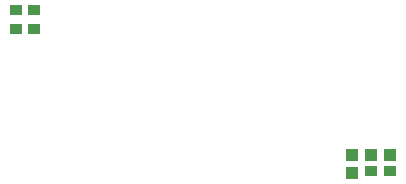
<source format=gbp>
G04*
G04 #@! TF.GenerationSoftware,Altium Limited,Altium Designer,18.1.6 (161)*
G04*
G04 Layer_Color=128*
%FSLAX25Y25*%
%MOIN*%
G70*
G01*
G75*
%ADD29R,0.03937X0.03740*%
%ADD32R,0.03937X0.04134*%
%ADD33R,0.04134X0.03937*%
D29*
X226650Y257000D02*
D03*
X220350D02*
D03*
X226650Y250500D02*
D03*
X220350D02*
D03*
X338842Y203105D02*
D03*
X345141D02*
D03*
D32*
X332491Y202455D02*
D03*
Y208754D02*
D03*
D33*
X338842Y208605D02*
D03*
X345141D02*
D03*
M02*

</source>
